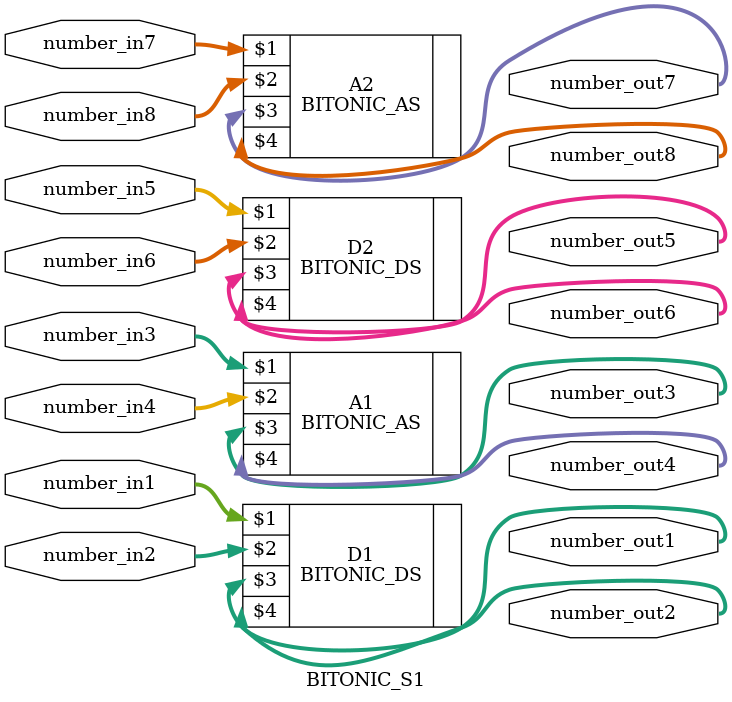
<source format=v>
`include "BITONIC_AS.v"
`include "BITONIC_DS.v"

module BITONIC_S1(  number_in1, number_in2, number_in3, number_in4,
                    number_in5, number_in6, number_in7, number_in8,
                    number_out1, number_out2, number_out3, number_out4,
                    number_out5, number_out6, number_out7, number_out8);

input  [7:0] number_in1;
input  [7:0] number_in2;
input  [7:0] number_in3;
input  [7:0] number_in4;
input  [7:0] number_in5;
input  [7:0] number_in6;
input  [7:0] number_in7;
input  [7:0] number_in8;

output  [7:0] number_out1;
output  [7:0] number_out2;
output  [7:0] number_out3;
output  [7:0] number_out4;
output  [7:0] number_out5;
output  [7:0] number_out6;
output  [7:0] number_out7;
output  [7:0] number_out8;

BITONIC_DS    D1(number_in1, number_in2, number_out1, number_out2);
BITONIC_AS    A1(number_in3, number_in4, number_out3, number_out4);
BITONIC_DS    D2(number_in5, number_in6, number_out5, number_out6);
BITONIC_AS    A2(number_in7, number_in8, number_out7, number_out8);

endmodule
</source>
